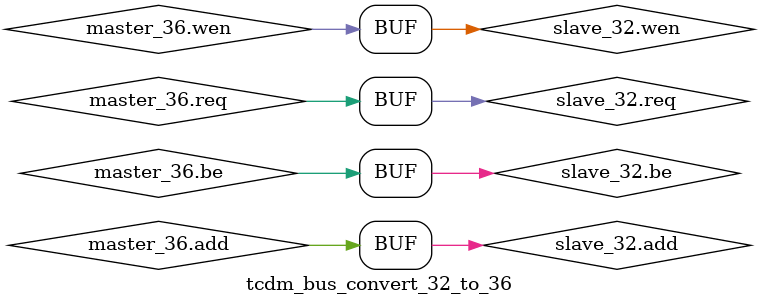
<source format=sv>

module tcdm_bus_convert_32_to_36 #(
    parameter bit TAG_BITS_WRITE_VALUE = 1'b1
    )
    (
      XBAR_TCDM_BUS.Slave       slave_32,
      XBAR_TCDM_BUS_36.Master   master_36
    );
    
    assign master_36.req = slave_32.req;
    assign master_36.add = slave_32.add;
    assign master_36.wen = slave_32.wen;
    assign master_36.be  = slave_32.be;
    assign master_36.wdata[ 7: 0] = slave_32.wdata[ 7: 0];
    assign master_36.wdata[    8] = TAG_BITS_WRITE_VALUE;
    assign master_36.wdata[16: 9] = slave_32.wdata[15: 8];
    assign master_36.wdata[   17] = TAG_BITS_WRITE_VALUE;
    assign master_36.wdata[25:18] = slave_32.wdata[23:16];
    assign master_36.wdata[   26] = TAG_BITS_WRITE_VALUE;
    assign master_36.wdata[34:27] = slave_32.wdata[31:24];
    assign master_36.wdata[   35] = TAG_BITS_WRITE_VALUE;
    
    assign slave_32.gnt     = master_36.gnt;
    assign slave_32.r_opc   = master_36.r_opc;
    assign slave_32.r_valid = master_36.r_valid;
    assign slave_32.r_data[ 7: 0] = master_36.r_data[ 7: 0];
    assign slave_32.r_data[15: 8] = master_36.r_data[16: 9];
    assign slave_32.r_data[23:16] = master_36.r_data[25:18];
    assign slave_32.r_data[31:24] = master_36.r_data[34:27];

endmodule

</source>
